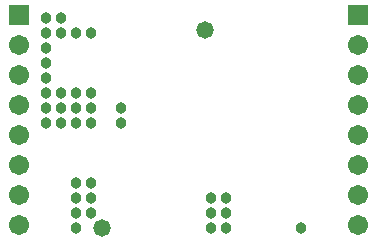
<source format=gbs>
%FSTAX23Y23*%
%MOIN*%
%SFA1B1*%

%IPPOS*%
%ADD47R,0.067060X0.067060*%
%ADD48C,0.067060*%
%ADD49C,0.038000*%
%ADD50C,0.058000*%
%LNboost-shield-v1.5-1*%
%LPD*%
G54D47*
X0119Y0076D03*
X0006D03*
G54D48*
X0119Y0066D03*
Y0056D03*
Y0046D03*
Y0036D03*
Y0026D03*
Y0016D03*
Y0006D03*
X0006Y0066D03*
Y0056D03*
Y0046D03*
Y0036D03*
Y0026D03*
Y0016D03*
Y0006D03*
G54D49*
X01Y0005D03*
X0075Y0015D03*
Y001D03*
Y0005D03*
X007Y0015D03*
Y001D03*
Y0005D03*
X004Y0045D03*
Y004D03*
X003Y007D03*
Y005D03*
Y0045D03*
Y004D03*
Y002D03*
Y0015D03*
Y001D03*
X0025Y007D03*
Y005D03*
Y0045D03*
Y004D03*
Y002D03*
Y0015D03*
Y001D03*
Y0005D03*
X002Y0075D03*
Y007D03*
Y005D03*
Y0045D03*
Y004D03*
X0015Y0075D03*
Y007D03*
Y0065D03*
Y006D03*
Y0055D03*
Y005D03*
Y0045D03*
Y004D03*
G54D50*
X00335Y0005D03*
X0068Y0071D03*
M02*
</source>
